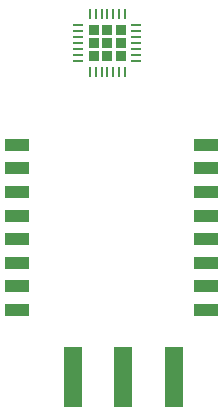
<source format=gbr>
%TF.GenerationSoftware,KiCad,Pcbnew,(6.0.2)*%
%TF.CreationDate,2022-06-16T18:16:31+10:00*%
%TF.ProjectId,RFM95_Serial_Converter_PCB,52464d39-355f-4536-9572-69616c5f436f,rev?*%
%TF.SameCoordinates,Original*%
%TF.FileFunction,Paste,Bot*%
%TF.FilePolarity,Positive*%
%FSLAX46Y46*%
G04 Gerber Fmt 4.6, Leading zero omitted, Abs format (unit mm)*
G04 Created by KiCad (PCBNEW (6.0.2)) date 2022-06-16 18:16:31*
%MOMM*%
%LPD*%
G01*
G04 APERTURE LIST*
G04 Aperture macros list*
%AMRoundRect*
0 Rectangle with rounded corners*
0 $1 Rounding radius*
0 $2 $3 $4 $5 $6 $7 $8 $9 X,Y pos of 4 corners*
0 Add a 4 corners polygon primitive as box body*
4,1,4,$2,$3,$4,$5,$6,$7,$8,$9,$2,$3,0*
0 Add four circle primitives for the rounded corners*
1,1,$1+$1,$2,$3*
1,1,$1+$1,$4,$5*
1,1,$1+$1,$6,$7*
1,1,$1+$1,$8,$9*
0 Add four rect primitives between the rounded corners*
20,1,$1+$1,$2,$3,$4,$5,0*
20,1,$1+$1,$4,$5,$6,$7,0*
20,1,$1+$1,$6,$7,$8,$9,0*
20,1,$1+$1,$8,$9,$2,$3,0*%
G04 Aperture macros list end*
%ADD10RoundRect,0.225000X0.225000X-0.225000X0.225000X0.225000X-0.225000X0.225000X-0.225000X-0.225000X0*%
%ADD11RoundRect,0.062500X0.062500X-0.337500X0.062500X0.337500X-0.062500X0.337500X-0.062500X-0.337500X0*%
%ADD12RoundRect,0.062500X0.337500X-0.062500X0.337500X0.062500X-0.337500X0.062500X-0.337500X-0.062500X0*%
%ADD13R,1.500000X5.080000*%
%ADD14R,2.000000X1.000000*%
G04 APERTURE END LIST*
D10*
%TO.C,U5*%
X76100800Y-54912400D03*
X73860800Y-57152400D03*
X74980800Y-57152400D03*
X76100800Y-56032400D03*
X74980800Y-54912400D03*
X76100800Y-57152400D03*
X73860800Y-56032400D03*
X73860800Y-54912400D03*
X74980800Y-56032400D03*
D11*
X76480800Y-58482400D03*
X75980800Y-58482400D03*
X75480800Y-58482400D03*
X74980800Y-58482400D03*
X74480800Y-58482400D03*
X73980800Y-58482400D03*
X73480800Y-58482400D03*
D12*
X72530800Y-57532400D03*
X72530800Y-57032400D03*
X72530800Y-56532400D03*
X72530800Y-56032400D03*
X72530800Y-55532400D03*
X72530800Y-55032400D03*
X72530800Y-54532400D03*
D11*
X73480800Y-53582400D03*
X73980800Y-53582400D03*
X74480800Y-53582400D03*
X74980800Y-53582400D03*
X75480800Y-53582400D03*
X75980800Y-53582400D03*
X76480800Y-53582400D03*
D12*
X77430800Y-54532400D03*
X77430800Y-55032400D03*
X77430800Y-55532400D03*
X77430800Y-56032400D03*
X77430800Y-56532400D03*
X77430800Y-57032400D03*
X77430800Y-57532400D03*
%TD*%
D13*
%TO.C,AE1*%
X76327000Y-84299500D03*
X80577000Y-84299500D03*
X72077000Y-84299500D03*
%TD*%
D14*
%TO.C,U1*%
X83336400Y-64628000D03*
X83336400Y-66628000D03*
X83336400Y-68628000D03*
X83336400Y-70628000D03*
X83336400Y-72628000D03*
X83336400Y-74628000D03*
X83336400Y-76628000D03*
X83336400Y-78628000D03*
X67336400Y-78628000D03*
X67336400Y-76628000D03*
X67336400Y-74628000D03*
X67336400Y-72628000D03*
X67336400Y-70628000D03*
X67336400Y-68628000D03*
X67336400Y-66628000D03*
X67336400Y-64628000D03*
%TD*%
M02*

</source>
